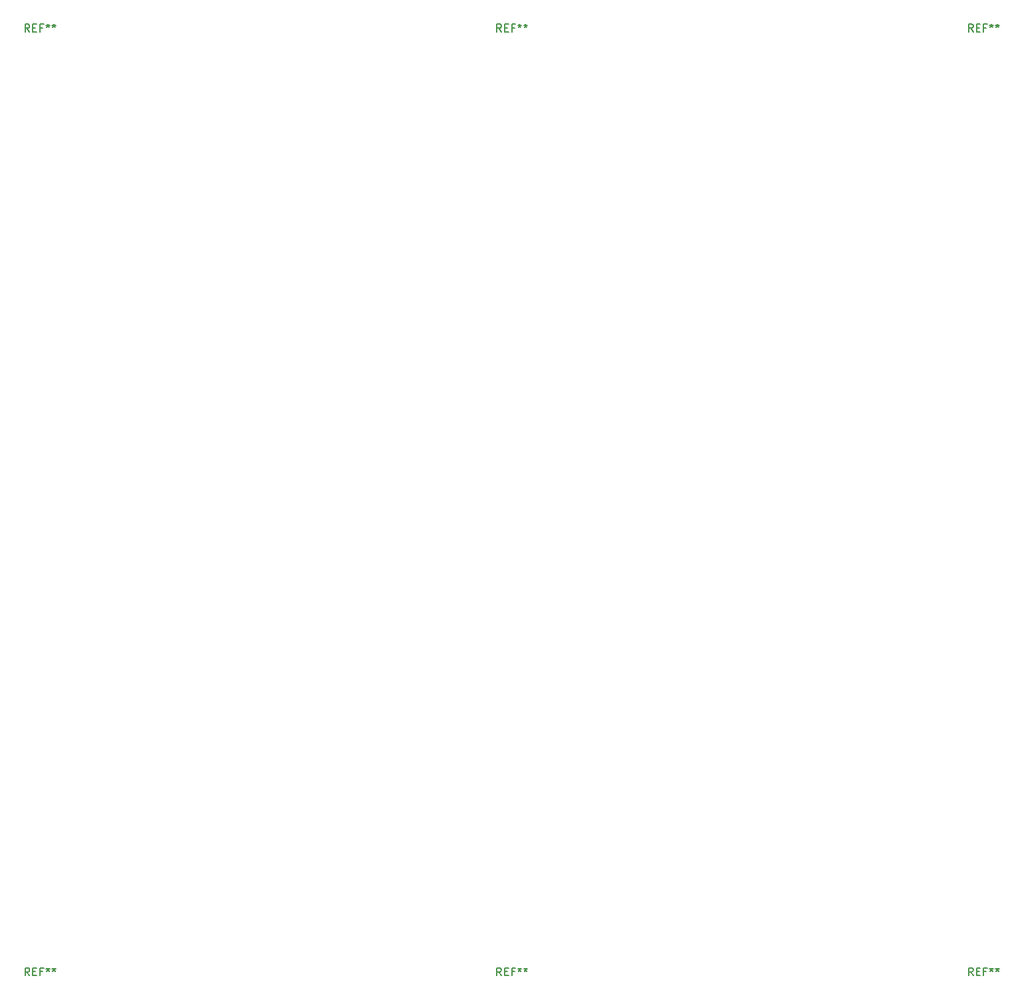
<source format=gbr>
%TF.GenerationSoftware,KiCad,Pcbnew,7.0.9*%
%TF.CreationDate,2024-01-05T09:16:16+05:30*%
%TF.ProjectId,Led_8x8Tower_Base,4c65645f-3878-4385-946f-7765725f4261,rev?*%
%TF.SameCoordinates,Original*%
%TF.FileFunction,Legend,Top*%
%TF.FilePolarity,Positive*%
%FSLAX46Y46*%
G04 Gerber Fmt 4.6, Leading zero omitted, Abs format (unit mm)*
G04 Created by KiCad (PCBNEW 7.0.9) date 2024-01-05 09:16:16*
%MOMM*%
%LPD*%
G01*
G04 APERTURE LIST*
%ADD10C,0.150000*%
G04 APERTURE END LIST*
D10*
X186666666Y-147254819D02*
X186333333Y-146778628D01*
X186095238Y-147254819D02*
X186095238Y-146254819D01*
X186095238Y-146254819D02*
X186476190Y-146254819D01*
X186476190Y-146254819D02*
X186571428Y-146302438D01*
X186571428Y-146302438D02*
X186619047Y-146350057D01*
X186619047Y-146350057D02*
X186666666Y-146445295D01*
X186666666Y-146445295D02*
X186666666Y-146588152D01*
X186666666Y-146588152D02*
X186619047Y-146683390D01*
X186619047Y-146683390D02*
X186571428Y-146731009D01*
X186571428Y-146731009D02*
X186476190Y-146778628D01*
X186476190Y-146778628D02*
X186095238Y-146778628D01*
X187095238Y-146731009D02*
X187428571Y-146731009D01*
X187571428Y-147254819D02*
X187095238Y-147254819D01*
X187095238Y-147254819D02*
X187095238Y-146254819D01*
X187095238Y-146254819D02*
X187571428Y-146254819D01*
X188333333Y-146731009D02*
X188000000Y-146731009D01*
X188000000Y-147254819D02*
X188000000Y-146254819D01*
X188000000Y-146254819D02*
X188476190Y-146254819D01*
X189000000Y-146254819D02*
X189000000Y-146492914D01*
X188761905Y-146397676D02*
X189000000Y-146492914D01*
X189000000Y-146492914D02*
X189238095Y-146397676D01*
X188857143Y-146683390D02*
X189000000Y-146492914D01*
X189000000Y-146492914D02*
X189142857Y-146683390D01*
X189761905Y-146254819D02*
X189761905Y-146492914D01*
X189523810Y-146397676D02*
X189761905Y-146492914D01*
X189761905Y-146492914D02*
X190000000Y-146397676D01*
X189619048Y-146683390D02*
X189761905Y-146492914D01*
X189761905Y-146492914D02*
X189904762Y-146683390D01*
X126666666Y-27254819D02*
X126333333Y-26778628D01*
X126095238Y-27254819D02*
X126095238Y-26254819D01*
X126095238Y-26254819D02*
X126476190Y-26254819D01*
X126476190Y-26254819D02*
X126571428Y-26302438D01*
X126571428Y-26302438D02*
X126619047Y-26350057D01*
X126619047Y-26350057D02*
X126666666Y-26445295D01*
X126666666Y-26445295D02*
X126666666Y-26588152D01*
X126666666Y-26588152D02*
X126619047Y-26683390D01*
X126619047Y-26683390D02*
X126571428Y-26731009D01*
X126571428Y-26731009D02*
X126476190Y-26778628D01*
X126476190Y-26778628D02*
X126095238Y-26778628D01*
X127095238Y-26731009D02*
X127428571Y-26731009D01*
X127571428Y-27254819D02*
X127095238Y-27254819D01*
X127095238Y-27254819D02*
X127095238Y-26254819D01*
X127095238Y-26254819D02*
X127571428Y-26254819D01*
X128333333Y-26731009D02*
X128000000Y-26731009D01*
X128000000Y-27254819D02*
X128000000Y-26254819D01*
X128000000Y-26254819D02*
X128476190Y-26254819D01*
X129000000Y-26254819D02*
X129000000Y-26492914D01*
X128761905Y-26397676D02*
X129000000Y-26492914D01*
X129000000Y-26492914D02*
X129238095Y-26397676D01*
X128857143Y-26683390D02*
X129000000Y-26492914D01*
X129000000Y-26492914D02*
X129142857Y-26683390D01*
X129761905Y-26254819D02*
X129761905Y-26492914D01*
X129523810Y-26397676D02*
X129761905Y-26492914D01*
X129761905Y-26492914D02*
X130000000Y-26397676D01*
X129619048Y-26683390D02*
X129761905Y-26492914D01*
X129761905Y-26492914D02*
X129904762Y-26683390D01*
X126666666Y-147254819D02*
X126333333Y-146778628D01*
X126095238Y-147254819D02*
X126095238Y-146254819D01*
X126095238Y-146254819D02*
X126476190Y-146254819D01*
X126476190Y-146254819D02*
X126571428Y-146302438D01*
X126571428Y-146302438D02*
X126619047Y-146350057D01*
X126619047Y-146350057D02*
X126666666Y-146445295D01*
X126666666Y-146445295D02*
X126666666Y-146588152D01*
X126666666Y-146588152D02*
X126619047Y-146683390D01*
X126619047Y-146683390D02*
X126571428Y-146731009D01*
X126571428Y-146731009D02*
X126476190Y-146778628D01*
X126476190Y-146778628D02*
X126095238Y-146778628D01*
X127095238Y-146731009D02*
X127428571Y-146731009D01*
X127571428Y-147254819D02*
X127095238Y-147254819D01*
X127095238Y-147254819D02*
X127095238Y-146254819D01*
X127095238Y-146254819D02*
X127571428Y-146254819D01*
X128333333Y-146731009D02*
X128000000Y-146731009D01*
X128000000Y-147254819D02*
X128000000Y-146254819D01*
X128000000Y-146254819D02*
X128476190Y-146254819D01*
X129000000Y-146254819D02*
X129000000Y-146492914D01*
X128761905Y-146397676D02*
X129000000Y-146492914D01*
X129000000Y-146492914D02*
X129238095Y-146397676D01*
X128857143Y-146683390D02*
X129000000Y-146492914D01*
X129000000Y-146492914D02*
X129142857Y-146683390D01*
X129761905Y-146254819D02*
X129761905Y-146492914D01*
X129523810Y-146397676D02*
X129761905Y-146492914D01*
X129761905Y-146492914D02*
X130000000Y-146397676D01*
X129619048Y-146683390D02*
X129761905Y-146492914D01*
X129761905Y-146492914D02*
X129904762Y-146683390D01*
X66666666Y-27254819D02*
X66333333Y-26778628D01*
X66095238Y-27254819D02*
X66095238Y-26254819D01*
X66095238Y-26254819D02*
X66476190Y-26254819D01*
X66476190Y-26254819D02*
X66571428Y-26302438D01*
X66571428Y-26302438D02*
X66619047Y-26350057D01*
X66619047Y-26350057D02*
X66666666Y-26445295D01*
X66666666Y-26445295D02*
X66666666Y-26588152D01*
X66666666Y-26588152D02*
X66619047Y-26683390D01*
X66619047Y-26683390D02*
X66571428Y-26731009D01*
X66571428Y-26731009D02*
X66476190Y-26778628D01*
X66476190Y-26778628D02*
X66095238Y-26778628D01*
X67095238Y-26731009D02*
X67428571Y-26731009D01*
X67571428Y-27254819D02*
X67095238Y-27254819D01*
X67095238Y-27254819D02*
X67095238Y-26254819D01*
X67095238Y-26254819D02*
X67571428Y-26254819D01*
X68333333Y-26731009D02*
X68000000Y-26731009D01*
X68000000Y-27254819D02*
X68000000Y-26254819D01*
X68000000Y-26254819D02*
X68476190Y-26254819D01*
X69000000Y-26254819D02*
X69000000Y-26492914D01*
X68761905Y-26397676D02*
X69000000Y-26492914D01*
X69000000Y-26492914D02*
X69238095Y-26397676D01*
X68857143Y-26683390D02*
X69000000Y-26492914D01*
X69000000Y-26492914D02*
X69142857Y-26683390D01*
X69761905Y-26254819D02*
X69761905Y-26492914D01*
X69523810Y-26397676D02*
X69761905Y-26492914D01*
X69761905Y-26492914D02*
X70000000Y-26397676D01*
X69619048Y-26683390D02*
X69761905Y-26492914D01*
X69761905Y-26492914D02*
X69904762Y-26683390D01*
X186666666Y-27254819D02*
X186333333Y-26778628D01*
X186095238Y-27254819D02*
X186095238Y-26254819D01*
X186095238Y-26254819D02*
X186476190Y-26254819D01*
X186476190Y-26254819D02*
X186571428Y-26302438D01*
X186571428Y-26302438D02*
X186619047Y-26350057D01*
X186619047Y-26350057D02*
X186666666Y-26445295D01*
X186666666Y-26445295D02*
X186666666Y-26588152D01*
X186666666Y-26588152D02*
X186619047Y-26683390D01*
X186619047Y-26683390D02*
X186571428Y-26731009D01*
X186571428Y-26731009D02*
X186476190Y-26778628D01*
X186476190Y-26778628D02*
X186095238Y-26778628D01*
X187095238Y-26731009D02*
X187428571Y-26731009D01*
X187571428Y-27254819D02*
X187095238Y-27254819D01*
X187095238Y-27254819D02*
X187095238Y-26254819D01*
X187095238Y-26254819D02*
X187571428Y-26254819D01*
X188333333Y-26731009D02*
X188000000Y-26731009D01*
X188000000Y-27254819D02*
X188000000Y-26254819D01*
X188000000Y-26254819D02*
X188476190Y-26254819D01*
X189000000Y-26254819D02*
X189000000Y-26492914D01*
X188761905Y-26397676D02*
X189000000Y-26492914D01*
X189000000Y-26492914D02*
X189238095Y-26397676D01*
X188857143Y-26683390D02*
X189000000Y-26492914D01*
X189000000Y-26492914D02*
X189142857Y-26683390D01*
X189761905Y-26254819D02*
X189761905Y-26492914D01*
X189523810Y-26397676D02*
X189761905Y-26492914D01*
X189761905Y-26492914D02*
X190000000Y-26397676D01*
X189619048Y-26683390D02*
X189761905Y-26492914D01*
X189761905Y-26492914D02*
X189904762Y-26683390D01*
X66666666Y-147254819D02*
X66333333Y-146778628D01*
X66095238Y-147254819D02*
X66095238Y-146254819D01*
X66095238Y-146254819D02*
X66476190Y-146254819D01*
X66476190Y-146254819D02*
X66571428Y-146302438D01*
X66571428Y-146302438D02*
X66619047Y-146350057D01*
X66619047Y-146350057D02*
X66666666Y-146445295D01*
X66666666Y-146445295D02*
X66666666Y-146588152D01*
X66666666Y-146588152D02*
X66619047Y-146683390D01*
X66619047Y-146683390D02*
X66571428Y-146731009D01*
X66571428Y-146731009D02*
X66476190Y-146778628D01*
X66476190Y-146778628D02*
X66095238Y-146778628D01*
X67095238Y-146731009D02*
X67428571Y-146731009D01*
X67571428Y-147254819D02*
X67095238Y-147254819D01*
X67095238Y-147254819D02*
X67095238Y-146254819D01*
X67095238Y-146254819D02*
X67571428Y-146254819D01*
X68333333Y-146731009D02*
X68000000Y-146731009D01*
X68000000Y-147254819D02*
X68000000Y-146254819D01*
X68000000Y-146254819D02*
X68476190Y-146254819D01*
X69000000Y-146254819D02*
X69000000Y-146492914D01*
X68761905Y-146397676D02*
X69000000Y-146492914D01*
X69000000Y-146492914D02*
X69238095Y-146397676D01*
X68857143Y-146683390D02*
X69000000Y-146492914D01*
X69000000Y-146492914D02*
X69142857Y-146683390D01*
X69761905Y-146254819D02*
X69761905Y-146492914D01*
X69523810Y-146397676D02*
X69761905Y-146492914D01*
X69761905Y-146492914D02*
X70000000Y-146397676D01*
X69619048Y-146683390D02*
X69761905Y-146492914D01*
X69761905Y-146492914D02*
X69904762Y-146683390D01*
M02*

</source>
